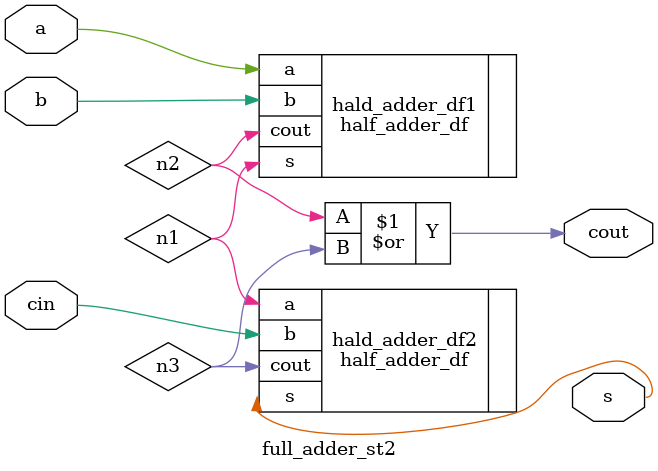
<source format=v>
/***********************************************************
File Name:	full_adder_st2.v
Author: 	Kevan Thompson
Date:		March 13, 2024
Description: A structural implementation of a full adder. This
			full adder is constructed from two half adders.
			Operands are a, b, and Cin. s in the sum, and c is
			the carry bit

***********************************************************/

module full_adder_st2(
	input a,
	input b,
	input cin,
	output s,
	output cout
);

wire n1,n2,n3;

half_adder_df hald_adder_df1(
	.s(n1),
	.cout(n2),
	.a(a),
	.b(b)
);

half_adder_df hald_adder_df2(
	.s(s),
	.cout(n3),
	.a(n1),
	.b(cin)
);

or or1(cout,n2,n3);

endmodule



</source>
